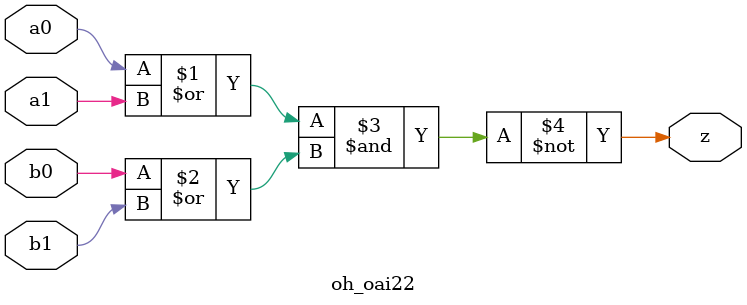
<source format=v>


module oh_oai22 #(parameter DW = 1 ) // array width
   (
    input [DW-1:0]  a0,
    input [DW-1:0]  a1,
    input [DW-1:0]  b0,
    input [DW-1:0]  b1, 
    output [DW-1:0] z
    );
   
   assign z = ~((a0 | a1) & (b0 | b1));
   
endmodule

</source>
